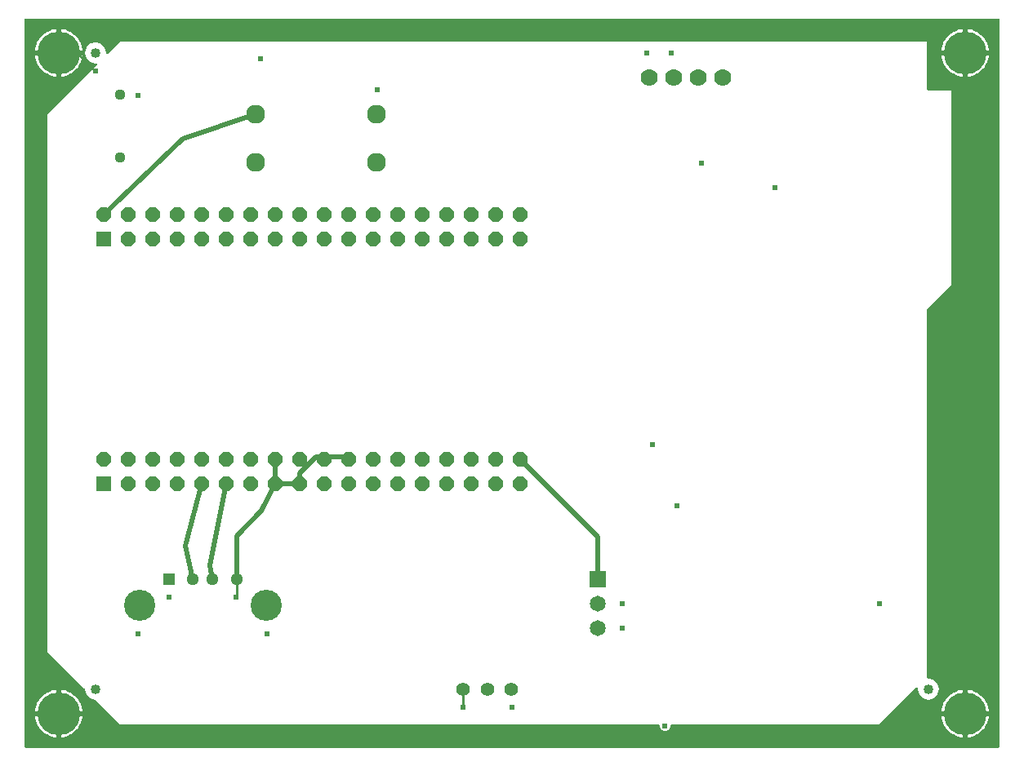
<source format=gbr>
G04 EAGLE Gerber RS-274X export*
G75*
%MOMM*%
%FSLAX34Y34*%
%LPD*%
%INBottom Copper*%
%IPPOS*%
%AMOC8*
5,1,8,0,0,1.08239X$1,22.5*%
G01*
%ADD10R,1.524000X1.524000*%
%ADD11P,1.649562X8X22.500000*%
%ADD12R,1.288000X1.288000*%
%ADD13C,1.288000*%
%ADD14C,3.220000*%
%ADD15R,1.651000X1.651000*%
%ADD16C,1.651000*%
%ADD17C,1.120000*%
%ADD18C,1.400000*%
%ADD19C,1.960000*%
%ADD20C,1.778000*%
%ADD21C,4.445000*%
%ADD22C,1.016000*%
%ADD23C,0.609600*%
%ADD24C,0.254000*%
%ADD25C,0.508000*%

G36*
X2556Y3692D02*
X2556Y3692D01*
X2563Y3573D01*
X2576Y3535D01*
X2581Y3494D01*
X2624Y3384D01*
X2661Y3271D01*
X2683Y3236D01*
X2698Y3199D01*
X2767Y3103D01*
X2831Y3002D01*
X2861Y2974D01*
X2884Y2941D01*
X2976Y2865D01*
X3063Y2784D01*
X3098Y2764D01*
X3129Y2739D01*
X3237Y2688D01*
X3341Y2630D01*
X3381Y2620D01*
X3417Y2603D01*
X3534Y2581D01*
X3649Y2551D01*
X3709Y2547D01*
X3729Y2543D01*
X3750Y2545D01*
X3810Y2541D01*
X1011991Y2541D01*
X1012109Y2556D01*
X1012228Y2563D01*
X1012266Y2575D01*
X1012307Y2581D01*
X1012417Y2624D01*
X1012530Y2661D01*
X1012565Y2683D01*
X1012602Y2698D01*
X1012698Y2767D01*
X1012799Y2831D01*
X1012827Y2861D01*
X1012860Y2884D01*
X1012935Y2976D01*
X1013017Y3063D01*
X1013036Y3098D01*
X1013062Y3129D01*
X1013113Y3237D01*
X1013170Y3341D01*
X1013181Y3380D01*
X1013198Y3417D01*
X1013220Y3534D01*
X1013250Y3649D01*
X1013254Y3709D01*
X1013258Y3729D01*
X1013256Y3750D01*
X1013260Y3810D01*
X1013366Y406400D01*
X1013458Y758190D01*
X1013443Y758308D01*
X1013436Y758427D01*
X1013424Y758465D01*
X1013419Y758505D01*
X1013375Y758616D01*
X1013338Y758729D01*
X1013316Y758764D01*
X1013302Y758801D01*
X1013232Y758897D01*
X1013168Y758998D01*
X1013138Y759026D01*
X1013115Y759058D01*
X1013023Y759134D01*
X1012936Y759216D01*
X1012901Y759236D01*
X1012870Y759261D01*
X1012762Y759312D01*
X1012658Y759370D01*
X1012619Y759380D01*
X1012582Y759397D01*
X1012465Y759419D01*
X1012350Y759449D01*
X1012290Y759453D01*
X1012270Y759457D01*
X1012249Y759455D01*
X1012189Y759459D01*
X3810Y759459D01*
X3692Y759444D01*
X3573Y759437D01*
X3535Y759424D01*
X3494Y759419D01*
X3384Y759376D01*
X3271Y759339D01*
X3236Y759317D01*
X3199Y759302D01*
X3103Y759233D01*
X3002Y759169D01*
X2974Y759139D01*
X2941Y759116D01*
X2865Y759024D01*
X2784Y758937D01*
X2764Y758902D01*
X2739Y758871D01*
X2688Y758763D01*
X2630Y758659D01*
X2620Y758619D01*
X2603Y758583D01*
X2581Y758466D01*
X2551Y758351D01*
X2547Y758291D01*
X2543Y758271D01*
X2545Y758250D01*
X2541Y758190D01*
X2541Y3810D01*
X2556Y3692D01*
G37*
%LPC*%
G36*
X77538Y710743D02*
X77538Y710743D01*
X77628Y710859D01*
X77719Y710971D01*
X77724Y710983D01*
X77733Y710994D01*
X77791Y711128D01*
X77851Y711260D01*
X77854Y711274D01*
X77859Y711286D01*
X77882Y711430D01*
X77908Y711573D01*
X77907Y711587D01*
X77909Y711600D01*
X77895Y711746D01*
X77885Y711890D01*
X77880Y711903D01*
X77879Y711917D01*
X77830Y712054D01*
X77783Y712192D01*
X77776Y712203D01*
X77772Y712216D01*
X77690Y712337D01*
X77610Y712459D01*
X77601Y712468D01*
X77593Y712479D01*
X77484Y712576D01*
X77377Y712674D01*
X77365Y712681D01*
X77355Y712690D01*
X77224Y712756D01*
X77096Y712825D01*
X77083Y712828D01*
X77071Y712834D01*
X76929Y712866D01*
X76788Y712901D01*
X76774Y712901D01*
X76761Y712904D01*
X76616Y712899D01*
X76470Y712898D01*
X76452Y712894D01*
X76443Y712894D01*
X76427Y712889D01*
X76312Y712866D01*
X76200Y712836D01*
X70668Y714319D01*
X66619Y718368D01*
X65136Y723900D01*
X66619Y729432D01*
X70668Y733481D01*
X76200Y734964D01*
X81732Y733481D01*
X85781Y729432D01*
X87264Y723900D01*
X87234Y723788D01*
X87214Y723644D01*
X87191Y723500D01*
X87192Y723486D01*
X87190Y723473D01*
X87207Y723329D01*
X87221Y723183D01*
X87225Y723171D01*
X87227Y723157D01*
X87279Y723022D01*
X87328Y722884D01*
X87336Y722873D01*
X87341Y722860D01*
X87425Y722742D01*
X87507Y722621D01*
X87517Y722612D01*
X87525Y722601D01*
X87636Y722507D01*
X87745Y722410D01*
X87758Y722404D01*
X87768Y722396D01*
X87899Y722332D01*
X88029Y722266D01*
X88042Y722263D01*
X88054Y722257D01*
X88197Y722228D01*
X88339Y722196D01*
X88352Y722197D01*
X88366Y722194D01*
X88511Y722201D01*
X88657Y722206D01*
X88670Y722210D01*
X88683Y722210D01*
X88822Y722254D01*
X88962Y722294D01*
X88974Y722301D01*
X88987Y722305D01*
X89111Y722382D01*
X89236Y722456D01*
X89250Y722468D01*
X89257Y722472D01*
X89269Y722485D01*
X89357Y722562D01*
X102126Y735331D01*
X938531Y735331D01*
X938531Y685800D01*
X938546Y685682D01*
X938553Y685563D01*
X938566Y685525D01*
X938571Y685484D01*
X938614Y685374D01*
X938651Y685261D01*
X938673Y685226D01*
X938688Y685189D01*
X938758Y685093D01*
X938821Y684992D01*
X938851Y684964D01*
X938874Y684931D01*
X938966Y684856D01*
X939053Y684774D01*
X939088Y684754D01*
X939119Y684729D01*
X939227Y684678D01*
X939331Y684620D01*
X939371Y684610D01*
X939407Y684593D01*
X939524Y684571D01*
X939639Y684541D01*
X939700Y684537D01*
X939720Y684533D01*
X939740Y684535D01*
X939800Y684531D01*
X963931Y684531D01*
X963931Y483126D01*
X938903Y458098D01*
X938842Y458019D01*
X938774Y457947D01*
X938745Y457894D01*
X938708Y457846D01*
X938668Y457755D01*
X938620Y457669D01*
X938605Y457610D01*
X938581Y457554D01*
X938566Y457456D01*
X938541Y457361D01*
X938535Y457261D01*
X938531Y457240D01*
X938533Y457228D01*
X938531Y457200D01*
X938531Y76726D01*
X938462Y76657D01*
X938372Y76541D01*
X938281Y76429D01*
X938276Y76417D01*
X938267Y76406D01*
X938209Y76272D01*
X938149Y76140D01*
X938146Y76126D01*
X938141Y76114D01*
X938118Y75970D01*
X938092Y75827D01*
X938093Y75813D01*
X938091Y75800D01*
X938105Y75654D01*
X938115Y75510D01*
X938120Y75497D01*
X938121Y75483D01*
X938170Y75346D01*
X938217Y75208D01*
X938224Y75197D01*
X938228Y75184D01*
X938310Y75063D01*
X938390Y74941D01*
X938399Y74932D01*
X938407Y74921D01*
X938516Y74824D01*
X938623Y74726D01*
X938635Y74719D01*
X938645Y74710D01*
X938776Y74644D01*
X938904Y74575D01*
X938917Y74572D01*
X938929Y74566D01*
X939071Y74534D01*
X939212Y74499D01*
X939226Y74499D01*
X939239Y74496D01*
X939384Y74501D01*
X939530Y74502D01*
X939548Y74506D01*
X939557Y74506D01*
X939573Y74511D01*
X939688Y74534D01*
X939800Y74564D01*
X945332Y73081D01*
X949381Y69032D01*
X950864Y63500D01*
X949381Y57968D01*
X945332Y53919D01*
X939800Y52436D01*
X934268Y53919D01*
X930219Y57968D01*
X928736Y63500D01*
X928766Y63612D01*
X928786Y63756D01*
X928809Y63900D01*
X928808Y63914D01*
X928810Y63927D01*
X928793Y64071D01*
X928779Y64217D01*
X928775Y64229D01*
X928773Y64243D01*
X928721Y64378D01*
X928672Y64516D01*
X928664Y64527D01*
X928659Y64540D01*
X928575Y64658D01*
X928493Y64779D01*
X928483Y64788D01*
X928475Y64799D01*
X928364Y64893D01*
X928255Y64990D01*
X928242Y64996D01*
X928232Y65004D01*
X928101Y65068D01*
X927971Y65134D01*
X927958Y65137D01*
X927946Y65143D01*
X927803Y65172D01*
X927661Y65204D01*
X927648Y65203D01*
X927634Y65206D01*
X927489Y65199D01*
X927343Y65194D01*
X927330Y65190D01*
X927317Y65190D01*
X927178Y65146D01*
X927038Y65106D01*
X927026Y65099D01*
X927013Y65095D01*
X926889Y65018D01*
X926764Y64944D01*
X926750Y64932D01*
X926743Y64928D01*
X926731Y64915D01*
X926643Y64838D01*
X888474Y26669D01*
X673608Y26669D01*
X673490Y26654D01*
X673371Y26647D01*
X673333Y26634D01*
X673292Y26629D01*
X673182Y26586D01*
X673069Y26549D01*
X673034Y26527D01*
X672997Y26512D01*
X672901Y26443D01*
X672800Y26379D01*
X672772Y26349D01*
X672739Y26326D01*
X672663Y26234D01*
X672582Y26147D01*
X672562Y26112D01*
X672537Y26081D01*
X672486Y25973D01*
X672428Y25869D01*
X672418Y25829D01*
X672401Y25793D01*
X672379Y25676D01*
X672349Y25561D01*
X672345Y25501D01*
X672341Y25481D01*
X672342Y25471D01*
X672341Y25468D01*
X672342Y25454D01*
X672339Y25400D01*
X672339Y24288D01*
X671488Y22234D01*
X669916Y20662D01*
X667862Y19811D01*
X665638Y19811D01*
X663584Y20662D01*
X662012Y22234D01*
X661161Y24288D01*
X661161Y25400D01*
X661146Y25518D01*
X661139Y25637D01*
X661126Y25675D01*
X661121Y25716D01*
X661078Y25826D01*
X661041Y25939D01*
X661019Y25974D01*
X661004Y26011D01*
X660935Y26107D01*
X660871Y26208D01*
X660841Y26236D01*
X660818Y26269D01*
X660726Y26345D01*
X660639Y26426D01*
X660604Y26446D01*
X660573Y26471D01*
X660465Y26522D01*
X660361Y26580D01*
X660321Y26590D01*
X660285Y26607D01*
X660168Y26629D01*
X660053Y26659D01*
X659993Y26663D01*
X659973Y26667D01*
X659952Y26665D01*
X659892Y26669D01*
X102126Y26669D01*
X76657Y52138D01*
X76584Y52195D01*
X76518Y52258D01*
X76459Y52291D01*
X76406Y52333D01*
X76321Y52369D01*
X76241Y52415D01*
X76130Y52452D01*
X76114Y52459D01*
X76106Y52460D01*
X76088Y52466D01*
X70668Y53919D01*
X66619Y57968D01*
X65166Y63388D01*
X65131Y63474D01*
X65106Y63562D01*
X65072Y63620D01*
X65046Y63683D01*
X64991Y63757D01*
X64944Y63836D01*
X64867Y63924D01*
X64857Y63938D01*
X64850Y63943D01*
X64838Y63957D01*
X26669Y102126D01*
X26669Y659874D01*
X77538Y710743D01*
G37*
%LPD*%
%LPC*%
G36*
X980439Y40639D02*
X980439Y40639D01*
X980439Y62736D01*
X982055Y62554D01*
X984767Y61935D01*
X987392Y61017D01*
X989899Y59810D01*
X992254Y58330D01*
X994429Y56595D01*
X996395Y54629D01*
X998130Y52454D01*
X999610Y50099D01*
X1000817Y47592D01*
X1001735Y44967D01*
X1002354Y42255D01*
X1002536Y40639D01*
X980439Y40639D01*
G37*
%LPD*%
%LPC*%
G36*
X40639Y726439D02*
X40639Y726439D01*
X40639Y748536D01*
X42255Y748354D01*
X44967Y747735D01*
X47592Y746817D01*
X50099Y745610D01*
X52454Y744130D01*
X54629Y742395D01*
X56595Y740429D01*
X58330Y738254D01*
X59810Y735899D01*
X61017Y733392D01*
X61935Y730767D01*
X62554Y728055D01*
X62736Y726439D01*
X40639Y726439D01*
G37*
%LPD*%
%LPC*%
G36*
X40639Y40639D02*
X40639Y40639D01*
X40639Y62736D01*
X42255Y62554D01*
X44967Y61935D01*
X47592Y61017D01*
X50099Y59810D01*
X52454Y58330D01*
X54629Y56595D01*
X56595Y54629D01*
X58330Y52454D01*
X59810Y50099D01*
X61017Y47592D01*
X61935Y44967D01*
X62554Y42255D01*
X62736Y40639D01*
X40639Y40639D01*
G37*
%LPD*%
%LPC*%
G36*
X980439Y726439D02*
X980439Y726439D01*
X980439Y748536D01*
X982055Y748354D01*
X984767Y747735D01*
X987392Y746817D01*
X989899Y745610D01*
X992254Y744130D01*
X994429Y742395D01*
X996395Y740429D01*
X998130Y738254D01*
X999610Y735899D01*
X1000817Y733392D01*
X1001735Y730767D01*
X1002354Y728055D01*
X1002536Y726439D01*
X980439Y726439D01*
G37*
%LPD*%
%LPC*%
G36*
X40639Y721361D02*
X40639Y721361D01*
X62736Y721361D01*
X62554Y719745D01*
X61935Y717033D01*
X61017Y714408D01*
X59810Y711901D01*
X58330Y709546D01*
X56595Y707371D01*
X54629Y705405D01*
X52454Y703670D01*
X50099Y702190D01*
X47592Y700983D01*
X44967Y700065D01*
X42255Y699446D01*
X40639Y699264D01*
X40639Y721361D01*
G37*
%LPD*%
%LPC*%
G36*
X953264Y40639D02*
X953264Y40639D01*
X953446Y42255D01*
X954065Y44967D01*
X954983Y47592D01*
X956190Y50099D01*
X957670Y52454D01*
X959405Y54629D01*
X961371Y56595D01*
X963546Y58330D01*
X965901Y59810D01*
X968408Y61017D01*
X971033Y61935D01*
X973745Y62554D01*
X975361Y62736D01*
X975361Y40639D01*
X953264Y40639D01*
G37*
%LPD*%
%LPC*%
G36*
X40639Y35561D02*
X40639Y35561D01*
X62736Y35561D01*
X62554Y33945D01*
X61935Y31233D01*
X61017Y28608D01*
X59810Y26101D01*
X58330Y23746D01*
X56595Y21571D01*
X54629Y19605D01*
X52454Y17870D01*
X50099Y16390D01*
X47592Y15183D01*
X44967Y14265D01*
X42255Y13646D01*
X40639Y13464D01*
X40639Y35561D01*
G37*
%LPD*%
%LPC*%
G36*
X980439Y721361D02*
X980439Y721361D01*
X1002536Y721361D01*
X1002354Y719745D01*
X1001735Y717033D01*
X1000817Y714408D01*
X999610Y711901D01*
X998130Y709546D01*
X996395Y707371D01*
X994429Y705405D01*
X992254Y703670D01*
X989899Y702190D01*
X987392Y700983D01*
X984767Y700065D01*
X982055Y699446D01*
X980439Y699264D01*
X980439Y721361D01*
G37*
%LPD*%
%LPC*%
G36*
X980439Y35561D02*
X980439Y35561D01*
X1002536Y35561D01*
X1002354Y33945D01*
X1001735Y31233D01*
X1000817Y28608D01*
X999610Y26101D01*
X998130Y23746D01*
X996395Y21571D01*
X994429Y19605D01*
X992254Y17870D01*
X989899Y16390D01*
X987392Y15183D01*
X984767Y14265D01*
X982055Y13646D01*
X980439Y13464D01*
X980439Y35561D01*
G37*
%LPD*%
%LPC*%
G36*
X13464Y726439D02*
X13464Y726439D01*
X13646Y728055D01*
X14265Y730767D01*
X15183Y733392D01*
X16390Y735899D01*
X17870Y738254D01*
X19605Y740429D01*
X21571Y742395D01*
X23746Y744130D01*
X26101Y745610D01*
X28608Y746817D01*
X31233Y747735D01*
X33945Y748354D01*
X35561Y748536D01*
X35561Y726439D01*
X13464Y726439D01*
G37*
%LPD*%
%LPC*%
G36*
X13464Y40639D02*
X13464Y40639D01*
X13646Y42255D01*
X14265Y44967D01*
X15183Y47592D01*
X16390Y50099D01*
X17870Y52454D01*
X19605Y54629D01*
X21571Y56595D01*
X23746Y58330D01*
X26101Y59810D01*
X28608Y61017D01*
X31233Y61935D01*
X33945Y62554D01*
X35561Y62736D01*
X35561Y40639D01*
X13464Y40639D01*
G37*
%LPD*%
%LPC*%
G36*
X953264Y726439D02*
X953264Y726439D01*
X953446Y728055D01*
X954065Y730767D01*
X954983Y733392D01*
X956190Y735899D01*
X957670Y738254D01*
X959405Y740429D01*
X961371Y742395D01*
X963546Y744130D01*
X965901Y745610D01*
X968408Y746817D01*
X971033Y747735D01*
X973745Y748354D01*
X975361Y748536D01*
X975361Y726439D01*
X953264Y726439D01*
G37*
%LPD*%
%LPC*%
G36*
X33945Y13646D02*
X33945Y13646D01*
X31233Y14265D01*
X28608Y15183D01*
X26101Y16390D01*
X23746Y17870D01*
X21571Y19605D01*
X19605Y21571D01*
X17870Y23746D01*
X16390Y26101D01*
X15183Y28608D01*
X14265Y31233D01*
X13646Y33945D01*
X13464Y35561D01*
X35561Y35561D01*
X35561Y13464D01*
X33945Y13646D01*
G37*
%LPD*%
%LPC*%
G36*
X973745Y699446D02*
X973745Y699446D01*
X971033Y700065D01*
X968408Y700983D01*
X965901Y702190D01*
X963546Y703670D01*
X961371Y705405D01*
X959405Y707371D01*
X957670Y709546D01*
X956190Y711901D01*
X954983Y714408D01*
X954065Y717033D01*
X953446Y719745D01*
X953264Y721361D01*
X975361Y721361D01*
X975361Y699264D01*
X973745Y699446D01*
G37*
%LPD*%
%LPC*%
G36*
X33945Y699446D02*
X33945Y699446D01*
X31233Y700065D01*
X28608Y700983D01*
X26101Y702190D01*
X23746Y703670D01*
X21571Y705405D01*
X19605Y707371D01*
X17870Y709546D01*
X16390Y711901D01*
X15183Y714408D01*
X14265Y717033D01*
X13646Y719745D01*
X13464Y721361D01*
X35561Y721361D01*
X35561Y699264D01*
X33945Y699446D01*
G37*
%LPD*%
%LPC*%
G36*
X973745Y13646D02*
X973745Y13646D01*
X971033Y14265D01*
X968408Y15183D01*
X965901Y16390D01*
X963546Y17870D01*
X961371Y19605D01*
X959405Y21571D01*
X957670Y23746D01*
X956190Y26101D01*
X954983Y28608D01*
X954065Y31233D01*
X953446Y33945D01*
X953264Y35561D01*
X975361Y35561D01*
X975361Y13464D01*
X973745Y13646D01*
G37*
%LPD*%
%LPC*%
G36*
X977899Y723899D02*
X977899Y723899D01*
X977899Y723901D01*
X977901Y723901D01*
X977901Y723899D01*
X977899Y723899D01*
G37*
%LPD*%
%LPC*%
G36*
X38099Y38099D02*
X38099Y38099D01*
X38099Y38101D01*
X38101Y38101D01*
X38101Y38099D01*
X38099Y38099D01*
G37*
%LPD*%
%LPC*%
G36*
X977899Y38099D02*
X977899Y38099D01*
X977899Y38101D01*
X977901Y38101D01*
X977901Y38099D01*
X977899Y38099D01*
G37*
%LPD*%
%LPC*%
G36*
X38099Y723899D02*
X38099Y723899D01*
X38099Y723901D01*
X38101Y723901D01*
X38101Y723899D01*
X38099Y723899D01*
G37*
%LPD*%
D10*
X84500Y276600D03*
D11*
X84500Y302000D03*
X109900Y276600D03*
X109900Y302000D03*
X135300Y276600D03*
X135300Y302000D03*
X160700Y276600D03*
X160700Y302000D03*
X186100Y276600D03*
X186100Y302000D03*
X211500Y276600D03*
X211500Y302000D03*
X236900Y276600D03*
X236900Y302000D03*
X262300Y276600D03*
X262300Y302000D03*
X287700Y276600D03*
X287700Y302000D03*
X313100Y276600D03*
X313100Y302000D03*
X338500Y276600D03*
X338500Y302000D03*
X363900Y276600D03*
X363900Y302000D03*
X389300Y276600D03*
X389300Y302000D03*
X414700Y276600D03*
X414700Y302000D03*
X440100Y276600D03*
X440100Y302000D03*
X465500Y276600D03*
X465500Y302000D03*
X490900Y276600D03*
X490900Y302000D03*
X516300Y276600D03*
X516300Y302000D03*
D10*
X84500Y530600D03*
D11*
X84500Y556000D03*
X109900Y530600D03*
X109900Y556000D03*
X135300Y530600D03*
X135300Y556000D03*
X160700Y530600D03*
X160700Y556000D03*
X186100Y530600D03*
X186100Y556000D03*
X211500Y530600D03*
X211500Y556000D03*
X236900Y530600D03*
X236900Y556000D03*
X262300Y530600D03*
X262300Y556000D03*
X287700Y530600D03*
X287700Y556000D03*
X313100Y530600D03*
X313100Y556000D03*
X338500Y530600D03*
X338500Y556000D03*
X363900Y530600D03*
X363900Y556000D03*
X389300Y530600D03*
X389300Y556000D03*
X414700Y530600D03*
X414700Y556000D03*
X440100Y530600D03*
X440100Y556000D03*
X465500Y530600D03*
X465500Y556000D03*
X490900Y530600D03*
X490900Y556000D03*
X516300Y530600D03*
X516300Y556000D03*
D12*
X152400Y177800D03*
D13*
X177400Y177800D03*
X197400Y177800D03*
X222400Y177800D03*
D14*
X121700Y150700D03*
X253100Y150700D03*
D15*
X596900Y177800D03*
D16*
X596900Y152400D03*
X596900Y127000D03*
D17*
X101600Y680200D03*
X101600Y615200D03*
D18*
X457600Y63500D03*
X482600Y63500D03*
X507600Y63500D03*
D19*
X367300Y660000D03*
X367300Y610000D03*
X242300Y610000D03*
X242300Y660000D03*
D20*
X726440Y698500D03*
X701040Y698500D03*
X675640Y698500D03*
X650240Y698500D03*
D21*
X38100Y38100D03*
X38100Y723900D03*
X977900Y723900D03*
X977900Y38100D03*
D22*
X76200Y723900D03*
X76200Y63500D03*
X939800Y63500D03*
D23*
X622300Y127000D03*
D24*
X222400Y158900D02*
X222400Y177800D01*
X222400Y158900D02*
X222250Y158750D01*
D23*
X222250Y158750D03*
X666750Y25400D03*
X673100Y723900D03*
X368300Y685800D03*
X120650Y679450D03*
X654050Y317500D03*
X679450Y254000D03*
D25*
X262300Y276600D02*
X248450Y248450D01*
X222400Y222400D01*
X222400Y177800D01*
X262300Y276600D02*
X287700Y276600D01*
X262300Y276600D02*
X262300Y302000D01*
X287700Y287700D02*
X287700Y276600D01*
X287700Y287700D02*
X304800Y304800D01*
X335700Y304800D01*
X338500Y302000D01*
D23*
X889000Y152400D03*
X622300Y152400D03*
X152400Y158750D03*
X120650Y120650D03*
X254000Y120650D03*
X76200Y38100D03*
X971550Y685800D03*
D24*
X57150Y723900D02*
X38100Y723900D01*
X57150Y723900D02*
X76200Y704850D01*
D23*
X76200Y704850D03*
D25*
X186100Y276600D02*
X169500Y211900D01*
X177400Y177800D01*
X194900Y191900D02*
X211500Y276600D01*
X194900Y191900D02*
X197400Y177800D01*
X516300Y302000D02*
X596900Y221400D01*
X596900Y177800D01*
D23*
X508000Y44450D03*
D24*
X457600Y44850D02*
X457600Y63500D01*
X457600Y44850D02*
X457200Y44450D01*
D23*
X457200Y44450D03*
D25*
X84500Y556000D02*
X167100Y634600D01*
X242300Y660000D01*
D23*
X704850Y609600D03*
X781050Y584200D03*
X647700Y723900D03*
X247650Y717550D03*
M02*

</source>
